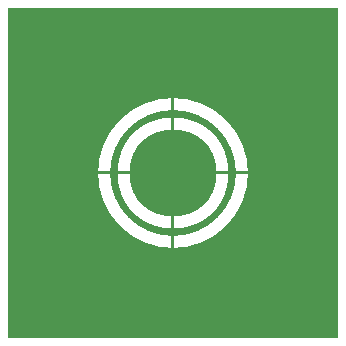
<source format=gbr>
%FSLAX34Y34*%
%MOIN*%
%AMMOIRE1*
6,0,0,0.5,0.04,0.025,2,0.01,0.55,0*%
%ADD10MOIRE1*%
%ADD11R,1.1X1.1*%
%LPD*%
D11*
X0Y0D03*
%LPC*%
D10*
X0Y0D03*
M02*

</source>
